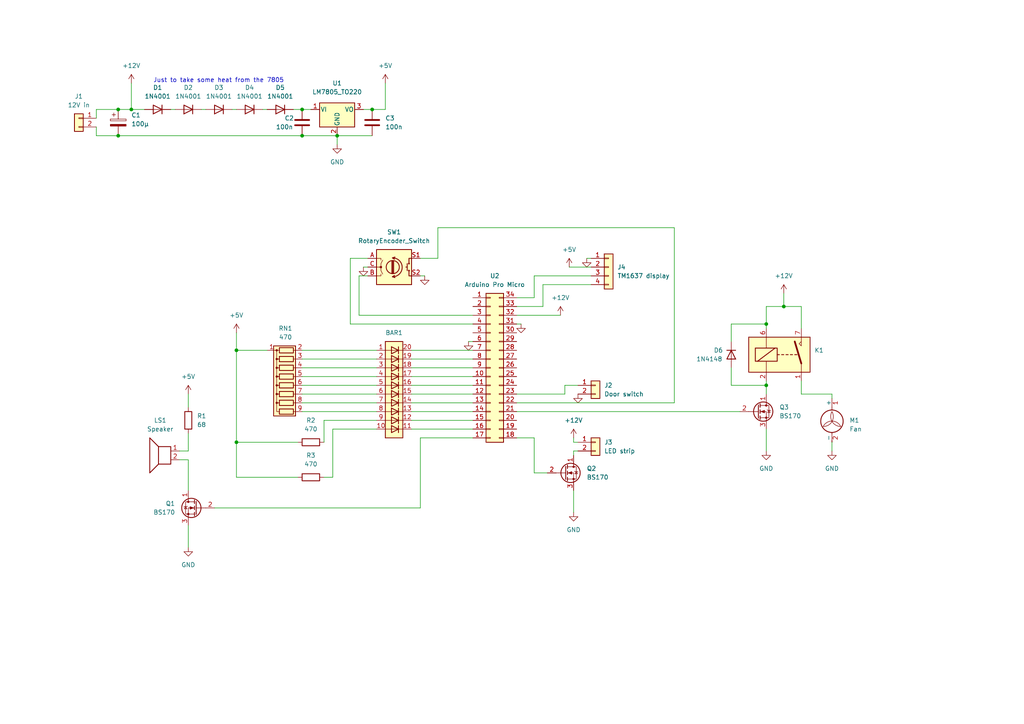
<source format=kicad_sch>
(kicad_sch (version 20211123) (generator eeschema)
  (paper "A4")
  (title_block (title "Toy microwave oven") (date "2024-03-20") (rev "1") (company "Niclas Morin"))
  (lib_symbols
    (symbol "Connector_Generic:Conn_01x02" (pin_names (offset 1.016) hide)
      (property "Reference" "J" (at 0 2.54 0))
      (property "Value" "Conn_01x02" (at 0 -5.08 0))
      (symbol "Conn_01x02_1_1"
        (rectangle (start -1.27 -2.413) (end 0 -2.667) (stroke (width 0.1524)))
        (rectangle (start -1.27 0.127) (end 0 -0.127) (stroke (width 0.1524)))
        (rectangle (start -1.27 1.27) (end 1.27 -3.81) (stroke (width 0.254)) (fill (type background)))
        (pin passive line (at -5.08 0 0) (length 3.81) (name "Pin_1") (number "1"))
        (pin passive line (at -5.08 -2.54 0) (length 3.81) (name "Pin_2") (number "2"))
      )
    )
    (symbol "Connector_Generic:Conn_01x04" (pin_names (offset 1.016) hide)
      (property "Reference" "J" (at 0 5.08 0))
      (property "Value" "Conn_01x04" (at 0 -7.62 0))
      (symbol "Conn_01x04_1_1"
        (rectangle (start -1.27 -4.953) (end 0 -5.207) (stroke (width 0.1524)))
        (rectangle (start -1.27 -2.413) (end 0 -2.667) (stroke (width 0.1524)))
        (rectangle (start -1.27 0.127) (end 0 -0.127) (stroke (width 0.1524)))
        (rectangle (start -1.27 2.667) (end 0 2.413) (stroke (width 0.1524)))
        (rectangle (start -1.27 3.81) (end 1.27 -6.35) (stroke (width 0.254)) (fill (type background)))
        (pin passive line (at -5.08 2.54 0) (length 3.81) (name "Pin_1") (number "1"))
        (pin passive line (at -5.08 0 0) (length 3.81) (name "Pin_2") (number "2"))
        (pin passive line (at -5.08 -2.54 0) (length 3.81) (name "Pin_3") (number "3"))
        (pin passive line (at -5.08 -5.08 0) (length 3.81) (name "Pin_4") (number "4"))
      )
    )
    (symbol "Connector_Generic:Conn_02x17_Counter_Clockwise" (pin_names (offset 1.016) hide)
      (property "Reference" "J" (at 1.27 22.86 0))
      (property "Value" "Conn_02x17_Counter_Clockwise" (at 1.27 -22.86 0))
      (symbol "Conn_02x17_Counter_Clockwise_1_1"
        (rectangle (start -1.27 -20.193) (end 0 -20.447) (stroke (width 0.1524)))
        (rectangle (start -1.27 -17.653) (end 0 -17.907) (stroke (width 0.1524)))
        (rectangle (start -1.27 -15.113) (end 0 -15.367) (stroke (width 0.1524)))
        (rectangle (start -1.27 -12.573) (end 0 -12.827) (stroke (width 0.1524)))
        (rectangle (start -1.27 -10.033) (end 0 -10.287) (stroke (width 0.1524)))
        (rectangle (start -1.27 -7.493) (end 0 -7.747) (stroke (width 0.1524)))
        (rectangle (start -1.27 -4.953) (end 0 -5.207) (stroke (width 0.1524)))
        (rectangle (start -1.27 -2.413) (end 0 -2.667) (stroke (width 0.1524)))
        (rectangle (start -1.27 0.127) (end 0 -0.127) (stroke (width 0.1524)))
        (rectangle (start -1.27 2.667) (end 0 2.413) (stroke (width 0.1524)))
        (rectangle (start -1.27 5.207) (end 0 4.953) (stroke (width 0.1524)))
        (rectangle (start -1.27 7.747) (end 0 7.493) (stroke (width 0.1524)))
        (rectangle (start -1.27 10.287) (end 0 10.033) (stroke (width 0.1524)))
        (rectangle (start -1.27 12.827) (end 0 12.573) (stroke (width 0.1524)))
        (rectangle (start -1.27 15.367) (end 0 15.113) (stroke (width 0.1524)))
        (rectangle (start -1.27 17.907) (end 0 17.653) (stroke (width 0.1524)))
        (rectangle (start -1.27 20.447) (end 0 20.193) (stroke (width 0.1524)))
        (rectangle (start -1.27 21.59) (end 3.81 -21.59) (stroke (width 0.254)) (fill (type background)))
        (rectangle (start 3.81 -20.193) (end 2.54 -20.447) (stroke (width 0.1524)))
        (rectangle (start 3.81 -17.653) (end 2.54 -17.907) (stroke (width 0.1524)))
        (rectangle (start 3.81 -15.113) (end 2.54 -15.367) (stroke (width 0.1524)))
        (rectangle (start 3.81 -12.573) (end 2.54 -12.827) (stroke (width 0.1524)))
        (rectangle (start 3.81 -10.033) (end 2.54 -10.287) (stroke (width 0.1524)))
        (rectangle (start 3.81 -7.493) (end 2.54 -7.747) (stroke (width 0.1524)))
        (rectangle (start 3.81 -4.953) (end 2.54 -5.207) (stroke (width 0.1524)))
        (rectangle (start 3.81 -2.413) (end 2.54 -2.667) (stroke (width 0.1524)))
        (rectangle (start 3.81 0.127) (end 2.54 -0.127) (stroke (width 0.1524)))
        (rectangle (start 3.81 2.667) (end 2.54 2.413) (stroke (width 0.1524)))
        (rectangle (start 3.81 5.207) (end 2.54 4.953) (stroke (width 0.1524)))
        (rectangle (start 3.81 7.747) (end 2.54 7.493) (stroke (width 0.1524)))
        (rectangle (start 3.81 10.287) (end 2.54 10.033) (stroke (width 0.1524)))
        (rectangle (start 3.81 12.827) (end 2.54 12.573) (stroke (width 0.1524)))
        (rectangle (start 3.81 15.367) (end 2.54 15.113) (stroke (width 0.1524)))
        (rectangle (start 3.81 17.907) (end 2.54 17.653) (stroke (width 0.1524)))
        (rectangle (start 3.81 20.447) (end 2.54 20.193) (stroke (width 0.1524)))
        (pin passive line (at -5.08 20.32 0) (length 3.81) (name "Pin_1") (number "1"))
        (pin passive line (at -5.08 -2.54 0) (length 3.81) (name "Pin_10") (number "10"))
        (pin passive line (at -5.08 -5.08 0) (length 3.81) (name "Pin_11") (number "11"))
        (pin passive line (at -5.08 -7.62 0) (length 3.81) (name "Pin_12") (number "12"))
        (pin passive line (at -5.08 -10.16 0) (length 3.81) (name "Pin_13") (number "13"))
        (pin passive line (at -5.08 -12.7 0) (length 3.81) (name "Pin_14") (number "14"))
        (pin passive line (at -5.08 -15.24 0) (length 3.81) (name "Pin_15") (number "15"))
        (pin passive line (at -5.08 -17.78 0) (length 3.81) (name "Pin_16") (number "16"))
        (pin passive line (at -5.08 -20.32 0) (length 3.81) (name "Pin_17") (number "17"))
        (pin passive line (at 7.62 -20.32 180) (length 3.81) (name "Pin_18") (number "18"))
        (pin passive line (at 7.62 -17.78 180) (length 3.81) (name "Pin_19") (number "19"))
        (pin passive line (at -5.08 17.78 0) (length 3.81) (name "Pin_2") (number "2"))
        (pin passive line (at 7.62 -15.24 180) (length 3.81) (name "Pin_20") (number "20"))
        (pin passive line (at 7.62 -12.7 180) (length 3.81) (name "Pin_21") (number "21"))
        (pin passive line (at 7.62 -10.16 180) (length 3.81) (name "Pin_22") (number "22"))
        (pin passive line (at 7.62 -7.62 180) (length 3.81) (name "Pin_23") (number "23"))
        (pin passive line (at 7.62 -5.08 180) (length 3.81) (name "Pin_24") (number "24"))
        (pin passive line (at 7.62 -2.54 180) (length 3.81) (name "Pin_25") (number "25"))
        (pin passive line (at 7.62 0 180) (length 3.81) (name "Pin_26") (number "26"))
        (pin passive line (at 7.62 2.54 180) (length 3.81) (name "Pin_27") (number "27"))
        (pin passive line (at 7.62 5.08 180) (length 3.81) (name "Pin_28") (number "28"))
        (pin passive line (at 7.62 7.62 180) (length 3.81) (name "Pin_29") (number "29"))
        (pin passive line (at -5.08 15.24 0) (length 3.81) (name "Pin_3") (number "3"))
        (pin passive line (at 7.62 10.16 180) (length 3.81) (name "Pin_30") (number "30"))
        (pin passive line (at 7.62 12.7 180) (length 3.81) (name "Pin_31") (number "31"))
        (pin passive line (at 7.62 15.24 180) (length 3.81) (name "Pin_32") (number "32"))
        (pin passive line (at 7.62 17.78 180) (length 3.81) (name "Pin_33") (number "33"))
        (pin passive line (at 7.62 20.32 180) (length 3.81) (name "Pin_34") (number "34"))
        (pin passive line (at -5.08 12.7 0) (length 3.81) (name "Pin_4") (number "4"))
        (pin passive line (at -5.08 10.16 0) (length 3.81) (name "Pin_5") (number "5"))
        (pin passive line (at -5.08 7.62 0) (length 3.81) (name "Pin_6") (number "6"))
        (pin passive line (at -5.08 5.08 0) (length 3.81) (name "Pin_7") (number "7"))
        (pin passive line (at -5.08 2.54 0) (length 3.81) (name "Pin_8") (number "8"))
        (pin passive line (at -5.08 0 0) (length 3.81) (name "Pin_9") (number "9"))
      )
    )
    (symbol "Device:C" (pin_numbers hide) (pin_names (offset 0.254))
      (property "Reference" "C" (at 0.635 2.54 0))
      (property "Value" "C" (at 0.635 -2.54 0))
      (symbol "C_0_1"
        (polyline (pts (xy -2.032 -0.762) (xy 2.032 -0.762)) (stroke (width 0.508)))
        (polyline (pts (xy -2.032 0.762) (xy 2.032 0.762)) (stroke (width 0.508)))
      )
      (symbol "C_1_1"
        (pin passive line (at 0 3.81 270) (length 2.794) (name "~") (number "1"))
        (pin passive line (at 0 -3.81 90) (length 2.794) (name "~") (number "2"))
      )
    )
    (symbol "Device:C_Polarized" (pin_numbers hide) (pin_names (offset 0.254))
      (property "Reference" "C" (at 0.635 2.54 0))
      (property "Value" "C_Polarized" (at 0.635 -2.54 0))
      (symbol "C_Polarized_0_1"
        (rectangle (start -2.286 0.508) (end 2.286 1.016))
        (polyline (pts (xy -1.778 2.286) (xy -0.762 2.286)))
        (polyline (pts (xy -1.27 2.794) (xy -1.27 1.778)))
        (rectangle (start 2.286 -0.508) (end -2.286 -1.016) (fill (type outline)))
      )
      (symbol "C_Polarized_1_1"
        (pin passive line (at 0 3.81 270) (length 2.794) (name "~") (number "1"))
        (pin passive line (at 0 -3.81 90) (length 2.794) (name "~") (number "2"))
      )
    )
    (symbol "Device:R" (pin_numbers hide) (pin_names (offset 0))
      (property "Reference" "R" (at 2.032 0 90))
      (property "Value" "R" (at 0 0 90))
      (symbol "R_0_1"
        (rectangle (start -1.016 -2.54) (end 1.016 2.54) (stroke (width 0.254)))
      )
      (symbol "R_1_1"
        (pin passive line (at 0 3.81 270) (length 1.27) (name "~") (number "1"))
        (pin passive line (at 0 -3.81 90) (length 1.27) (name "~") (number "2"))
      )
    )
    (symbol "Device:R_Network08" (pin_names (offset 0) hide)
      (property "Reference" "RN" (at -12.7 0 90))
      (property "Value" "R_Network08" (at 10.16 0 90))
      (symbol "R_Network08_0_1"
        (rectangle (start -11.43 -3.175) (end 8.89 3.175) (stroke (width 0.254)) (fill (type background)))
        (rectangle (start -10.922 1.524) (end -9.398 -2.54) (stroke (width 0.254)))
        (circle (center -10.16 2.286) (radius 0.254) (fill (type outline)))
        (rectangle (start -8.382 1.524) (end -6.858 -2.54) (stroke (width 0.254)))
        (circle (center -7.62 2.286) (radius 0.254) (fill (type outline)))
        (rectangle (start -5.842 1.524) (end -4.318 -2.54) (stroke (width 0.254)))
        (circle (center -5.08 2.286) (radius 0.254) (fill (type outline)))
        (rectangle (start -3.302 1.524) (end -1.778 -2.54) (stroke (width 0.254)))
        (circle (center -2.54 2.286) (radius 0.254) (fill (type outline)))
        (rectangle (start -0.762 1.524) (end 0.762 -2.54) (stroke (width 0.254)))
        (polyline (pts (xy -10.16 -2.54) (xy -10.16 -3.81)))
        (polyline (pts (xy -7.62 -2.54) (xy -7.62 -3.81)))
        (polyline (pts (xy -5.08 -2.54) (xy -5.08 -3.81)))
        (polyline (pts (xy -2.54 -2.54) (xy -2.54 -3.81)))
        (polyline (pts (xy 0 -2.54) (xy 0 -3.81)))
        (polyline (pts (xy 2.54 -2.54) (xy 2.54 -3.81)))
        (polyline (pts (xy 5.08 -2.54) (xy 5.08 -3.81)))
        (polyline (pts (xy 7.62 -2.54) (xy 7.62 -3.81)))
        (polyline (pts (xy -10.16 1.524) (xy -10.16 2.286) (xy -7.62 2.286) (xy -7.62 1.524)))
        (polyline (pts (xy -7.62 1.524) (xy -7.62 2.286) (xy -5.08 2.286) (xy -5.08 1.524)))
        (polyline (pts (xy -5.08 1.524) (xy -5.08 2.286) (xy -2.54 2.286) (xy -2.54 1.524)))
        (polyline (pts (xy -2.54 1.524) (xy -2.54 2.286) (xy 0 2.286) (xy 0 1.524)))
        (polyline (pts (xy 0 1.524) (xy 0 2.286) (xy 2.54 2.286) (xy 2.54 1.524)))
        (polyline (pts (xy 2.54 1.524) (xy 2.54 2.286) (xy 5.08 2.286) (xy 5.08 1.524)))
        (polyline (pts (xy 5.08 1.524) (xy 5.08 2.286) (xy 7.62 2.286) (xy 7.62 1.524)))
        (circle (center 0 2.286) (radius 0.254) (fill (type outline)))
        (rectangle (start 1.778 1.524) (end 3.302 -2.54) (stroke (width 0.254)))
        (circle (center 2.54 2.286) (radius 0.254) (fill (type outline)))
        (rectangle (start 4.318 1.524) (end 5.842 -2.54) (stroke (width 0.254)))
        (circle (center 5.08 2.286) (radius 0.254) (fill (type outline)))
        (rectangle (start 6.858 1.524) (end 8.382 -2.54) (stroke (width 0.254)))
      )
      (symbol "R_Network08_1_1"
        (pin passive line (at -10.16 5.08 270) (length 2.54) (name "common") (number "1"))
        (pin passive line (at -10.16 -5.08 90) (length 1.27) (name "R1") (number "2"))
        (pin passive line (at -7.62 -5.08 90) (length 1.27) (name "R2") (number "3"))
        (pin passive line (at -5.08 -5.08 90) (length 1.27) (name "R3") (number "4"))
        (pin passive line (at -2.54 -5.08 90) (length 1.27) (name "R4") (number "5"))
        (pin passive line (at 0 -5.08 90) (length 1.27) (name "R5") (number "6"))
        (pin passive line (at 2.54 -5.08 90) (length 1.27) (name "R6") (number "7"))
        (pin passive line (at 5.08 -5.08 90) (length 1.27) (name "R7") (number "8"))
        (pin passive line (at 7.62 -5.08 90) (length 1.27) (name "R8") (number "9"))
      )
    )
    (symbol "Device:RotaryEncoder_Switch" (pin_names (offset 0.254) hide)
      (property "Reference" "SW" (at 0 6.604 0))
      (property "Value" "RotaryEncoder_Switch" (at 0 -6.604 0))
      (symbol "RotaryEncoder_Switch_0_1"
        (rectangle (start -5.08 5.08) (end 5.08 -5.08) (stroke (width 0.254)) (fill (type background)))
        (circle (center -3.81 0) (radius 0.254) (fill (type outline)))
        (arc (start -0.381 -2.794) (mid 2.3622 -0.0508) (end -0.381 2.667) (stroke (width 0.254)))
        (circle (center -0.381 0) (radius 1.905) (stroke (width 0.254)))
        (polyline (pts (xy -0.635 -1.778) (xy -0.635 1.778)) (stroke (width 0.254)))
        (polyline (pts (xy -0.381 -1.778) (xy -0.381 1.778)) (stroke (width 0.254)))
        (polyline (pts (xy -0.127 1.778) (xy -0.127 -1.778)) (stroke (width 0.254)))
        (polyline (pts (xy 3.81 0) (xy 3.429 0)) (stroke (width 0.254)))
        (polyline (pts (xy 3.81 1.016) (xy 3.81 -1.016)) (stroke (width 0.254)))
        (polyline (pts (xy -5.08 -2.54) (xy -3.81 -2.54) (xy -3.81 -2.032)))
        (polyline (pts (xy -5.08 2.54) (xy -3.81 2.54) (xy -3.81 2.032)))
        (polyline (pts (xy 0.254 -3.048) (xy -0.508 -2.794) (xy 0.127 -2.413)) (stroke (width 0.254)))
        (polyline (pts (xy 0.254 2.921) (xy -0.508 2.667) (xy 0.127 2.286)) (stroke (width 0.254)))
        (polyline (pts (xy 5.08 -2.54) (xy 4.318 -2.54) (xy 4.318 -1.016)) (stroke (width 0.254)))
        (polyline (pts (xy 5.08 2.54) (xy 4.318 2.54) (xy 4.318 1.016)) (stroke (width 0.254)))
        (polyline (pts (xy -5.08 0) (xy -3.81 0) (xy -3.81 -1.016) (xy -3.302 -2.032)))
        (polyline (pts (xy -4.318 0) (xy -3.81 0) (xy -3.81 1.016) (xy -3.302 2.032)))
        (circle (center 4.318 -1.016) (radius 0.127) (stroke (width 0.254)))
        (circle (center 4.318 1.016) (radius 0.127) (stroke (width 0.254)))
      )
      (symbol "RotaryEncoder_Switch_1_1"
        (pin passive line (at -7.62 2.54 0) (length 2.54) (name "A") (number "A"))
        (pin passive line (at -7.62 -2.54 0) (length 2.54) (name "B") (number "B"))
        (pin passive line (at -7.62 0 0) (length 2.54) (name "C") (number "C"))
        (pin passive line (at 7.62 2.54 180) (length 2.54) (name "S1") (number "S1"))
        (pin passive line (at 7.62 -2.54 180) (length 2.54) (name "S2") (number "S2"))
      )
    )
    (symbol "Device:Speaker" (pin_names (offset 0) hide)
      (property "Reference" "LS" (at 1.27 5.715 0))
      (property "Value" "Speaker" (at 1.27 3.81 0))
      (symbol "Speaker_0_0"
        (rectangle (start -2.54 1.27) (end 1.016 -3.81) (stroke (width 0.254)))
        (polyline (pts (xy 1.016 1.27) (xy 3.556 3.81) (xy 3.556 -6.35) (xy 1.016 -3.81)) (stroke (width 0.254)))
      )
      (symbol "Speaker_1_1"
        (pin input line (at -5.08 0 0) (length 2.54) (name "1") (number "1"))
        (pin input line (at -5.08 -2.54 0) (length 2.54) (name "2") (number "2"))
      )
    )
    (symbol "Diode:1N4001" (pin_numbers hide) (pin_names hide)
      (property "Reference" "D" (at 0 2.54 0))
      (property "Value" "1N4001" (at 0 -2.54 0))
      (symbol "1N4001_0_1"
        (polyline (pts (xy -1.27 1.27) (xy -1.27 -1.27)) (stroke (width 0.254)))
        (polyline (pts (xy 1.27 0) (xy -1.27 0)))
        (polyline (pts (xy 1.27 1.27) (xy 1.27 -1.27) (xy -1.27 0) (xy 1.27 1.27)) (stroke (width 0.254)))
      )
      (symbol "1N4001_1_1"
        (pin passive line (at -3.81 0 0) (length 2.54) (name "K") (number "1"))
        (pin passive line (at 3.81 0 180) (length 2.54) (name "A") (number "2"))
      )
    )
    (symbol "Diode:1N4148" (pin_numbers hide) (pin_names hide)
      (property "Reference" "D" (at 0 2.54 0))
      (property "Value" "1N4148" (at 0 -2.54 0))
      (symbol "1N4148_0_1"
        (polyline (pts (xy -1.27 1.27) (xy -1.27 -1.27)) (stroke (width 0.254)))
        (polyline (pts (xy 1.27 0) (xy -1.27 0)))
        (polyline (pts (xy 1.27 1.27) (xy 1.27 -1.27) (xy -1.27 0) (xy 1.27 1.27)) (stroke (width 0.254)))
      )
      (symbol "1N4148_1_1"
        (pin passive line (at -3.81 0 0) (length 2.54) (name "K") (number "1"))
        (pin passive line (at 3.81 0 180) (length 2.54) (name "A") (number "2"))
      )
    )
    (symbol "LED:HDSP-4850_2" (pin_names (offset 1.016) hide)
      (property "Reference" "BAR" (at 0 15.24 0))
      (property "Value" "HDSP-4850_2" (at 0 -17.78 0))
      (symbol "HDSP-4850_2_0_1"
        (rectangle (start -2.54 12.7) (end 2.54 -15.24) (stroke (width 0.254)) (fill (type background)))
        (polyline (pts (xy -2.54 -12.7) (xy 2.54 -12.7)))
        (polyline (pts (xy -2.54 -10.16) (xy 2.54 -10.16)))
        (polyline (pts (xy -2.54 -7.62) (xy 2.54 -7.62)))
        (polyline (pts (xy -2.54 -5.08) (xy 2.54 -5.08)))
        (polyline (pts (xy -2.54 0) (xy 2.54 0)))
        (polyline (pts (xy -2.54 5.08) (xy 2.54 5.08)))
        (polyline (pts (xy -2.54 7.62) (xy 2.54 7.62)))
        (polyline (pts (xy -2.54 10.16) (xy 2.54 10.16)))
        (polyline (pts (xy 1.27 -11.684) (xy 1.27 -13.716)) (stroke (width 0.254)))
        (polyline (pts (xy 1.27 -9.144) (xy 1.27 -11.176)) (stroke (width 0.254)))
        (polyline (pts (xy 1.27 -6.604) (xy 1.27 -8.636)) (stroke (width 0.254)))
        (polyline (pts (xy 1.27 -4.064) (xy 1.27 -6.096)) (stroke (width 0.254)))
        (polyline (pts (xy 1.27 -1.524) (xy 1.27 -3.556)) (stroke (width 0.254)))
        (polyline (pts (xy 1.27 1.016) (xy 1.27 -1.016)) (stroke (width 0.254)))
        (polyline (pts (xy 1.27 3.556) (xy 1.27 1.524)) (stroke (width 0.254)))
        (polyline (pts (xy 1.27 6.096) (xy 1.27 4.064)) (stroke (width 0.254)))
        (polyline (pts (xy 1.27 8.636) (xy 1.27 6.604)) (stroke (width 0.254)))
        (polyline (pts (xy 1.27 11.176) (xy 1.27 9.144)) (stroke (width 0.254)))
        (polyline (pts (xy 2.54 -2.54) (xy -2.54 -2.54)))
        (polyline (pts (xy 2.54 2.54) (xy -2.54 2.54)))
        (polyline (pts (xy -0.762 -11.684) (xy -0.762 -13.716) (xy 1.27 -12.7) (xy -0.762 -11.684)) (stroke (width 0.254)))
        (polyline (pts (xy -0.762 -9.144) (xy -0.762 -11.176) (xy 1.27 -10.16) (xy -0.762 -9.144)) (stroke (width 0.254)))
        (polyline (pts (xy -0.762 -6.604) (xy -0.762 -8.636) (xy 1.27 -7.62) (xy -0.762 -6.604)) (stroke (width 0.254)))
        (polyline (pts (xy -0.762 -4.064) (xy -0.762 -6.096) (xy 1.27 -5.08) (xy -0.762 -4.064)) (stroke (width 0.254)))
        (polyline (pts (xy -0.762 -1.524) (xy -0.762 -3.556) (xy 1.27 -2.54) (xy -0.762 -1.524)) (stroke (width 0.254)))
        (polyline (pts (xy -0.762 1.016) (xy -0.762 -1.016) (xy 1.27 0) (xy -0.762 1.016)) (stroke (width 0.254)))
        (polyline (pts (xy -0.762 3.556) (xy -0.762 1.524) (xy 1.27 2.54) (xy -0.762 3.556)) (stroke (width 0.254)))
        (polyline (pts (xy -0.762 6.096) (xy -0.762 4.064) (xy 1.27 5.08) (xy -0.762 6.096)) (stroke (width 0.254)))
        (polyline (pts (xy -0.762 8.636) (xy -0.762 6.604) (xy 1.27 7.62) (xy -0.762 8.636)) (stroke (width 0.254)))
        (polyline (pts (xy -0.762 11.176) (xy -0.762 9.144) (xy 1.27 10.16) (xy -0.762 11.176)) (stroke (width 0.254)))
      )
      (symbol "HDSP-4850_2_1_1"
        (pin passive line (at -5.08 10.16 0) (length 2.54) (name "A") (number "1"))
        (pin passive line (at -5.08 -12.7 0) (length 2.54) (name "A") (number "10"))
        (pin passive line (at 5.08 -12.7 180) (length 2.54) (name "K") (number "11"))
        (pin passive line (at 5.08 -10.16 180) (length 2.54) (name "K") (number "12"))
        (pin passive line (at 5.08 -7.62 180) (length 2.54) (name "K") (number "13"))
        (pin passive line (at 5.08 -5.08 180) (length 2.54) (name "K") (number "14"))
        (pin passive line (at 5.08 -2.54 180) (length 2.54) (name "K") (number "15"))
        (pin passive line (at 5.08 0 180) (length 2.54) (name "K") (number "16"))
        (pin passive line (at 5.08 2.54 180) (length 2.54) (name "K") (number "17"))
        (pin passive line (at 5.08 5.08 180) (length 2.54) (name "K") (number "18"))
        (pin passive line (at 5.08 7.62 180) (length 2.54) (name "K") (number "19"))
        (pin passive line (at -5.08 7.62 0) (length 2.54) (name "A") (number "2"))
        (pin passive line (at 5.08 10.16 180) (length 2.54) (name "K") (number "20"))
        (pin passive line (at -5.08 5.08 0) (length 2.54) (name "A") (number "3"))
        (pin passive line (at -5.08 2.54 0) (length 2.54) (name "A") (number "4"))
        (pin passive line (at -5.08 0 0) (length 2.54) (name "A") (number "5"))
        (pin passive line (at -5.08 -2.54 0) (length 2.54) (name "A") (number "6"))
        (pin passive line (at -5.08 -5.08 0) (length 2.54) (name "A") (number "7"))
        (pin passive line (at -5.08 -7.62 0) (length 2.54) (name "A") (number "8"))
        (pin passive line (at -5.08 -10.16 0) (length 2.54) (name "A") (number "9"))
      )
    )
    (symbol "Motor:Fan" (pin_names (offset 0))
      (property "Reference" "M" (at 2.54 5.08 0))
      (property "Value" "Fan" (at 2.54 -2.54 0))
      (symbol "Fan_0_1"
        (arc (start -2.54 -0.508) (mid 0.0028 0.9121) (end 0 3.81))
        (polyline (pts (xy 0 -5.08) (xy 0 -4.572)))
        (polyline (pts (xy 0 -2.2352) (xy 0 -2.6416)))
        (polyline (pts (xy 0 4.2672) (xy 0 4.6228)))
        (polyline (pts (xy 0 4.572) (xy 0 5.08)))
        (circle (center 0 1.016) (radius 3.2512) (stroke (width 0.254)))
        (arc (start 0 3.81) (mid 0.053 0.921) (end 2.54 -0.508))
        (arc (start 2.54 -0.508) (mid 0 1.0618) (end -2.54 -0.508))
      )
      (symbol "Fan_1_1"
        (pin passive line (at 0 7.62 270) (length 2.54) (name "+") (number "1"))
        (pin passive line (at 0 -5.08 90) (length 2.54) (name "-") (number "2"))
      )
    )
    (symbol "Regulator_Linear:LM7805_TO220" (pin_names (offset 0.254))
      (property "Reference" "U" (at -3.81 3.175 0))
      (property "Value" "LM7805_TO220" (at 0 3.175 0))
      (symbol "LM7805_TO220_0_1"
        (rectangle (start -5.08 1.905) (end 5.08 -5.08) (stroke (width 0.254)) (fill (type background)))
      )
      (symbol "LM7805_TO220_1_1"
        (pin power_in line (at -7.62 0 0) (length 2.54) (name "VI") (number "1"))
        (pin power_in line (at 0 -7.62 90) (length 2.54) (name "GND") (number "2"))
        (pin power_out line (at 7.62 0 180) (length 2.54) (name "VO") (number "3"))
      )
    )
    (symbol "Relay:DIPxx-1Axx-11x"
      (property "Reference" "K" (at 8.89 3.81 0))
      (property "Value" "DIPxx-1Axx-11x" (at 8.89 1.27 0))
      (symbol "DIPxx-1Axx-11x_0_0"
        (polyline (pts (xy 5.08 5.08) (xy 5.08 2.54) (xy 4.445 3.175) (xy 5.08 3.81)))
      )
      (symbol "DIPxx-1Axx-11x_0_1"
        (rectangle (start -10.16 5.08) (end 7.62 -5.08) (stroke (width 0.254)) (fill (type background)))
        (rectangle (start -8.255 1.905) (end -1.905 -1.905) (stroke (width 0.254)))
        (polyline (pts (xy -7.62 -1.905) (xy -2.54 1.905)) (stroke (width 0.254)))
        (polyline (pts (xy -5.08 -5.08) (xy -5.08 -1.905)))
        (polyline (pts (xy -5.08 5.08) (xy -5.08 1.905)))
        (polyline (pts (xy -1.905 0) (xy -1.27 0)) (stroke (width 0.254)))
        (polyline (pts (xy -0.635 0) (xy 0 0)) (stroke (width 0.254)))
        (polyline (pts (xy 0.635 0) (xy 1.27 0)) (stroke (width 0.254)))
        (polyline (pts (xy 1.905 0) (xy 2.54 0)) (stroke (width 0.254)))
        (polyline (pts (xy 3.175 0) (xy 3.81 0)) (stroke (width 0.254)))
        (polyline (pts (xy 5.08 -2.54) (xy 3.175 3.81)) (stroke (width 0.508)))
        (polyline (pts (xy 5.08 -2.54) (xy 5.08 -5.08)))
      )
      (symbol "DIPxx-1Axx-11x_1_1"
        (pin passive line (at 5.08 -7.62 90) (length 2.54) (name "~") (number "1"))
        (pin passive line (at 5.08 -7.62 90) (length 2.54) hide (name "~") (number "14"))
        (pin passive line (at -5.08 -7.62 90) (length 2.54) (name "~") (number "2"))
        (pin passive line (at -5.08 7.62 270) (length 2.54) (name "~") (number "6"))
        (pin passive line (at 5.08 7.62 270) (length 2.54) (name "~") (number "7"))
        (pin passive line (at 5.08 7.62 270) (length 2.54) hide (name "~") (number "8"))
      )
    )
    (symbol "Transistor_FET:BS170" (pin_names hide)
      (property "Reference" "Q" (at 5.08 1.905 0))
      (property "Value" "BS170" (at 5.08 0 0))
      (symbol "BS170_0_1"
        (polyline (pts (xy 0.254 0) (xy -2.54 0)))
        (polyline (pts (xy 0.254 1.905) (xy 0.254 -1.905)) (stroke (width 0.254)))
        (polyline (pts (xy 0.762 -1.27) (xy 0.762 -2.286)) (stroke (width 0.254)))
        (polyline (pts (xy 0.762 0.508) (xy 0.762 -0.508)) (stroke (width 0.254)))
        (polyline (pts (xy 0.762 2.286) (xy 0.762 1.27)) (stroke (width 0.254)))
        (polyline (pts (xy 2.54 2.54) (xy 2.54 1.778)))
        (polyline (pts (xy 2.54 -2.54) (xy 2.54 0) (xy 0.762 0)))
        (polyline (pts (xy 0.762 -1.778) (xy 3.302 -1.778) (xy 3.302 1.778) (xy 0.762 1.778)))
        (polyline (pts (xy 1.016 0) (xy 2.032 0.381) (xy 2.032 -0.381) (xy 1.016 0)) (fill (type outline)))
        (polyline (pts (xy 2.794 0.508) (xy 2.921 0.381) (xy 3.683 0.381) (xy 3.81 0.254)))
        (polyline (pts (xy 3.302 0.381) (xy 2.921 -0.254) (xy 3.683 -0.254) (xy 3.302 0.381)))
        (circle (center 1.651 0) (radius 2.794) (stroke (width 0.254)))
        (circle (center 2.54 -1.778) (radius 0.254) (fill (type outline)))
        (circle (center 2.54 1.778) (radius 0.254) (fill (type outline)))
      )
      (symbol "BS170_1_1"
        (pin passive line (at 2.54 5.08 270) (length 2.54) (name "D") (number "1"))
        (pin input line (at -5.08 0 0) (length 2.54) (name "G") (number "2"))
        (pin passive line (at 2.54 -5.08 90) (length 2.54) (name "S") (number "3"))
      )
    )
    (symbol "power:+12V" (power) (pin_names (offset 0))
      (property "Value" "+12V" (at 0 3.556 0))
      (symbol "+12V_0_1"
        (polyline (pts (xy -0.762 1.27) (xy 0 2.54)))
        (polyline (pts (xy 0 0) (xy 0 2.54)))
        (polyline (pts (xy 0 2.54) (xy 0.762 1.27)))
      )
      (symbol "+12V_1_1"
        (pin power_in line (at 0 0 90) (length 0) hide (name "+12V") (number "1"))
      )
    )
    (symbol "power:+5V" (power) (pin_names (offset 0))
      (property "Value" "+5V" (at 0 3.556 0))
      (symbol "+5V_0_1"
        (polyline (pts (xy -0.762 1.27) (xy 0 2.54)))
        (polyline (pts (xy 0 0) (xy 0 2.54)))
        (polyline (pts (xy 0 2.54) (xy 0.762 1.27)))
      )
      (symbol "+5V_1_1"
        (pin power_in line (at 0 0 90) (length 0) hide (name "+5V") (number "1"))
      )
    )
    (symbol "power:GND" (power) (pin_names (offset 0))
      (property "Value" "GND" (at 0 -3.81 0))
      (symbol "GND_0_1"
        (polyline (pts (xy 0 0) (xy 0 -1.27) (xy 1.27 -1.27) (xy 0 -2.54) (xy -1.27 -1.27) (xy 0 -1.27)))
      )
      (symbol "GND_1_1"
        (pin power_in line (at 0 0 270) (length 0) hide (name "GND") (number "1"))
      )
    )
  )
  (junction (at 97.79 39.37))
  (junction (at 34.29 31.75))
  (junction (at 38.1 31.75))
  (junction (at 68.58 128.27))
  (junction (at 87.63 39.37))
  (junction (at 87.63 31.75))
  (junction (at 222.25 93.98))
  (junction (at 68.58 101.6))
  (junction (at 107.95 31.75))
  (junction (at 227.33 88.9))
  (junction (at 34.29 39.37))
  (junction (at 222.25 111.76))
  (wire (pts (xy 222.25 88.9) (xy 222.25 93.98)))
  (wire (pts (xy 121.92 127) (xy 137.16 127)))
  (wire (pts (xy 222.25 124.46) (xy 222.25 130.81)))
  (wire (pts (xy 149.86 86.36) (xy 154.94 86.36)))
  (wire (pts (xy 166.37 130.81) (xy 166.37 132.08)))
  (wire (pts (xy 76.2 31.75) (xy 77.47 31.75)))
  (wire (pts (xy 27.94 36.83) (xy 27.94 39.37)))
  (wire (pts (xy 195.58 66.04) (xy 127 66.04)))
  (wire (pts (xy 50.8 31.75) (xy 49.53 31.75)))
  (wire (pts (xy 52.07 133.35) (xy 54.61 133.35)))
  (wire (pts (xy 149.86 114.3) (xy 163.83 114.3)))
  (wire (pts (xy 154.94 127) (xy 154.94 137.16)))
  (wire (pts (xy 166.37 128.27) (xy 166.37 127)))
  (wire (pts (xy 167.64 128.27) (xy 166.37 128.27)))
  (wire (pts (xy 119.38 119.38) (xy 137.16 119.38)))
  (wire (pts (xy 157.48 82.55) (xy 171.45 82.55)))
  (wire (pts (xy 54.61 130.81) (xy 54.61 125.73)))
  (wire (pts (xy 96.52 138.43) (xy 93.98 138.43)))
  (wire (pts (xy 222.25 111.76) (xy 222.25 114.3)))
  (wire (pts (xy 227.33 88.9) (xy 232.41 88.9)))
  (wire (pts (xy 241.3 128.27) (xy 241.3 130.81)))
  (wire (pts (xy 163.83 111.76) (xy 167.64 111.76)))
  (wire (pts (xy 87.63 31.75) (xy 90.17 31.75)))
  (wire (pts (xy 87.63 31.75) (xy 85.09 31.75)))
  (wire (pts (xy 27.94 34.29) (xy 27.94 31.75)))
  (wire (pts (xy 54.61 133.35) (xy 54.61 142.24)))
  (wire (pts (xy 67.31 31.75) (xy 68.58 31.75)))
  (wire (pts (xy 149.86 119.38) (xy 214.63 119.38)))
  (wire (pts (xy 109.22 124.46) (xy 96.52 124.46)))
  (wire (pts (xy 212.09 99.06) (xy 212.09 93.98)))
  (wire (pts (xy 54.61 152.4) (xy 54.61 158.75)))
  (wire (pts (xy 121.92 74.93) (xy 127 74.93)))
  (wire (pts (xy 232.41 95.25) (xy 232.41 88.9)))
  (wire (pts (xy 127 66.04) (xy 127 74.93)))
  (wire (pts (xy 34.29 39.37) (xy 87.63 39.37)))
  (wire (pts (xy 34.29 31.75) (xy 38.1 31.75)))
  (wire (pts (xy 222.25 93.98) (xy 222.25 95.25)))
  (wire (pts (xy 119.38 109.22) (xy 137.16 109.22)))
  (wire (pts (xy 104.14 91.44) (xy 104.14 80.01)))
  (wire (pts (xy 149.86 116.84) (xy 195.58 116.84)))
  (wire (pts (xy 87.63 101.6) (xy 109.22 101.6)))
  (wire (pts (xy 105.41 77.47) (xy 106.68 77.47)))
  (wire (pts (xy 87.63 104.14) (xy 109.22 104.14)))
  (wire (pts (xy 195.58 116.84) (xy 195.58 66.04)))
  (wire (pts (xy 119.38 114.3) (xy 137.16 114.3)))
  (wire (pts (xy 119.38 106.68) (xy 137.16 106.68)))
  (wire (pts (xy 27.94 31.75) (xy 34.29 31.75)))
  (wire (pts (xy 119.38 124.46) (xy 137.16 124.46)))
  (wire (pts (xy 101.6 74.93) (xy 106.68 74.93)))
  (wire (pts (xy 101.6 93.98) (xy 101.6 74.93)))
  (wire (pts (xy 162.56 91.44) (xy 149.86 91.44)))
  (wire (pts (xy 212.09 106.68) (xy 212.09 111.76)))
  (wire (pts (xy 212.09 93.98) (xy 222.25 93.98)))
  (wire (pts (xy 119.38 121.92) (xy 137.16 121.92)))
  (wire (pts (xy 52.07 130.81) (xy 54.61 130.81)))
  (wire (pts (xy 167.64 130.81) (xy 166.37 130.81)))
  (wire (pts (xy 87.63 116.84) (xy 109.22 116.84)))
  (wire (pts (xy 119.38 116.84) (xy 137.16 116.84)))
  (wire (pts (xy 154.94 86.36) (xy 154.94 80.01)))
  (wire (pts (xy 86.36 138.43) (xy 68.58 138.43)))
  (wire (pts (xy 68.58 101.6) (xy 68.58 128.27)))
  (wire (pts (xy 123.19 80.01) (xy 121.92 80.01)))
  (wire (pts (xy 58.42 31.75) (xy 59.69 31.75)))
  (wire (pts (xy 154.94 80.01) (xy 171.45 80.01)))
  (wire (pts (xy 241.3 114.3) (xy 241.3 115.57)))
  (wire (pts (xy 87.63 39.37) (xy 97.79 39.37)))
  (wire (pts (xy 151.13 93.98) (xy 149.86 93.98)))
  (wire (pts (xy 232.41 110.49) (xy 232.41 114.3)))
  (wire (pts (xy 222.25 110.49) (xy 222.25 111.76)))
  (wire (pts (xy 227.33 85.09) (xy 227.33 88.9)))
  (wire (pts (xy 154.94 137.16) (xy 158.75 137.16)))
  (wire (pts (xy 87.63 114.3) (xy 109.22 114.3)))
  (wire (pts (xy 163.83 114.3) (xy 163.83 111.76)))
  (wire (pts (xy 104.14 80.01) (xy 106.68 80.01)))
  (wire (pts (xy 27.94 39.37) (xy 34.29 39.37)))
  (wire (pts (xy 87.63 119.38) (xy 109.22 119.38)))
  (wire (pts (xy 93.98 128.27) (xy 93.98 121.92)))
  (wire (pts (xy 111.76 31.75) (xy 107.95 31.75)))
  (wire (pts (xy 212.09 111.76) (xy 222.25 111.76)))
  (wire (pts (xy 119.38 101.6) (xy 137.16 101.6)))
  (wire (pts (xy 62.23 147.32) (xy 121.92 147.32)))
  (wire (pts (xy 87.63 111.76) (xy 109.22 111.76)))
  (wire (pts (xy 96.52 138.43) (xy 96.52 124.46)))
  (wire (pts (xy 137.16 91.44) (xy 104.14 91.44)))
  (wire (pts (xy 97.79 39.37) (xy 97.79 41.91)))
  (wire (pts (xy 165.1 77.47) (xy 171.45 77.47)))
  (wire (pts (xy 149.86 127) (xy 154.94 127)))
  (wire (pts (xy 38.1 24.13) (xy 38.1 31.75)))
  (wire (pts (xy 170.18 74.93) (xy 171.45 74.93)))
  (wire (pts (xy 149.86 88.9) (xy 157.48 88.9)))
  (wire (pts (xy 107.95 39.37) (xy 97.79 39.37)))
  (wire (pts (xy 232.41 114.3) (xy 241.3 114.3)))
  (wire (pts (xy 87.63 106.68) (xy 109.22 106.68)))
  (wire (pts (xy 166.37 142.24) (xy 166.37 148.59)))
  (wire (pts (xy 38.1 31.75) (xy 41.91 31.75)))
  (wire (pts (xy 121.92 147.32) (xy 121.92 127)))
  (wire (pts (xy 87.63 109.22) (xy 109.22 109.22)))
  (wire (pts (xy 222.25 88.9) (xy 227.33 88.9)))
  (wire (pts (xy 68.58 96.52) (xy 68.58 101.6)))
  (wire (pts (xy 157.48 88.9) (xy 157.48 82.55)))
  (wire (pts (xy 109.22 121.92) (xy 93.98 121.92)))
  (wire (pts (xy 86.36 128.27) (xy 68.58 128.27)))
  (wire (pts (xy 135.89 99.06) (xy 137.16 99.06)))
  (wire (pts (xy 119.38 104.14) (xy 137.16 104.14)))
  (wire (pts (xy 137.16 93.98) (xy 101.6 93.98)))
  (wire (pts (xy 77.47 101.6) (xy 68.58 101.6)))
  (wire (pts (xy 111.76 24.13) (xy 111.76 31.75)))
  (wire (pts (xy 107.95 31.75) (xy 105.41 31.75)))
  (wire (pts (xy 54.61 114.3) (xy 54.61 118.11)))
  (wire (pts (xy 119.38 111.76) (xy 137.16 111.76)))
  (wire (pts (xy 68.58 128.27) (xy 68.58 138.43)))
  (text "Just to take some heat from the 7805" (at 44.45 24.13 0) (effects (font (size 1.27 1.27)) (justify left bottom)))
  (symbol (lib_id "Diode:1N4148") (at 212.09 102.87 270) (unit 1)
    (property "Reference" "D6" (at 207.01 101.6 90) (effects (justify left)))
    (property "Value" "1N4148" (at 201.93 104.14 90) (effects (justify left)))
    (property "Footprint" "Diode_THT:D_DO-35_SOD27_P7.62mm_Horizontal" (effects hide))
    (property "Datasheet" "https://assets.nexperia.com/documents/data-sheet/1N4148_1N4448.pdf" (effects hide))
  )
  (symbol (lib_id "power:GND") (at 135.89 99.06 0) (unit 1)
    (property "Reference" "#PWR09" (effects hide))
    (property "Value" "GND" (effects hide))
  )
  (symbol (lib_id "Device:R") (at 90.17 138.43 270) (mirror x) (unit 1)
    (property "Reference" "R3" (at 90.17 132.08 90))
    (property "Value" "470" (at 90.17 134.62 90))
  )
  (symbol (lib_id "Transistor_FET:BS170") (at 163.83 137.16 0) (unit 1)
    (property "Reference" "Q2" (at 170.18 135.8899 0) (effects (justify left)))
    (property "Value" "BS170" (at 170.18 138.4299 0) (effects (justify left)))
    (property "Footprint" "Package_TO_SOT_THT:TO-92_Inline" (effects hide))
    (property "Datasheet" "https://www.onsemi.com/pub/Collateral/BS170-D.PDF" (effects hide))
  )
  (symbol (lib_id "Device:RotaryEncoder_Switch") (at 114.3 77.47 0) (unit 1)
    (property "Reference" "SW1" (at 114.3 67.31 0))
    (property "Value" "RotaryEncoder_Switch" (at 114.3 69.85 0))
  )
  (symbol (lib_id "Connector_Generic:Conn_01x02") (at 172.72 128.27 0) (unit 1)
    (property "Reference" "J3" (at 175.26 128.2699 0) (effects (justify left)))
    (property "Value" "LED strip" (at 175.26 130.8099 0) (effects (justify left)))
  )
  (symbol (lib_id "Connector_Generic:Conn_01x02") (at 22.86 34.29 0) (mirror y) (unit 1)
    (property "Reference" "J1" (at 22.86 27.94 0))
    (property "Value" "12V in" (at 22.86 30.48 0))
  )
  (symbol (lib_id "power:GND") (at 123.19 80.01 0) (unit 1)
    (property "Reference" "#PWR08" (effects hide))
    (property "Value" "GND" (effects hide))
  )
  (symbol (lib_id "power:GND") (at 167.64 114.3 0) (unit 1)
    (property "Reference" "#PWR015" (effects hide))
    (property "Value" "GND" (effects hide))
  )
  (symbol (lib_id "power:+5V") (at 111.76 24.13 0) (unit 1)
    (property "Reference" "#PWR07" (effects hide))
    (property "Value" "+5V" (at 111.76 19.05 0))
  )
  (symbol (lib_id "Device:R_Network08") (at 82.55 111.76 90) (mirror x) (unit 1)
    (property "Reference" "RN1" (at 82.804 95.25 90))
    (property "Value" "470" (at 82.804 97.79 90))
    (property "Footprint" "Resistor_THT:R_Array_SIP9" (effects hide))
    (property "Datasheet" "http://www.vishay.com/docs/31509/csc.pdf" (effects hide))
  )
  (symbol (lib_id "Diode:1N4001") (at 45.72 31.75 180) (unit 1)
    (property "Reference" "D1" (at 45.72 25.4 0))
    (property "Value" "1N4001" (at 45.72 27.94 0))
    (property "Footprint" "Diode_THT:D_DO-41_SOD81_P10.16mm_Horizontal" (effects hide))
    (property "Datasheet" "http://www.vishay.com/docs/88503/1n4001.pdf" (effects hide))
  )
  (symbol (lib_id "Connector_Generic:Conn_02x17_Counter_Clockwise") (at 142.24 106.68 0) (unit 1)
    (property "Reference" "U2" (at 143.51 80.01 0))
    (property "Value" "Arduino Pro Micro" (at 143.51 82.55 0))
  )
  (symbol (lib_id "power:GND") (at 105.41 77.47 0) (unit 1)
    (property "Reference" "#PWR06" (effects hide))
    (property "Value" "GND" (effects hide))
  )
  (symbol (lib_id "power:+12V") (at 166.37 127 0) (unit 1)
    (property "Reference" "#PWR013" (effects hide))
    (property "Value" "+12V" (at 166.37 121.92 0))
  )
  (symbol (lib_id "Diode:1N4001") (at 54.61 31.75 180) (unit 1)
    (property "Reference" "D2" (at 54.61 25.4 0))
    (property "Value" "1N4001" (at 54.61 27.94 0))
    (property "Footprint" "Diode_THT:D_DO-41_SOD81_P10.16mm_Horizontal" (effects hide))
    (property "Datasheet" "http://www.vishay.com/docs/88503/1n4001.pdf" (effects hide))
  )
  (symbol (lib_id "power:GND") (at 166.37 148.59 0) (unit 1)
    (property "Reference" "#PWR014" (effects hide))
    (property "Value" "GND" (at 166.37 153.67 0))
  )
  (symbol (lib_id "power:GND") (at 222.25 130.81 0) (unit 1)
    (property "Reference" "#PWR017" (effects hide))
    (property "Value" "GND" (at 222.25 135.89 0))
  )
  (symbol (lib_id "power:GND") (at 151.13 93.98 0) (unit 1)
    (property "Reference" "#PWR010" (effects hide))
    (property "Value" "GND" (effects hide))
  )
  (symbol (lib_id "LED:HDSP-4850_2") (at 114.3 111.76 0) (unit 1)
    (property "Reference" "BAR1" (at 114.3 96.52 0))
    (property "Value" "HDSP-4850_2" (effects hide))
    (property "Footprint" "Display:HDSP-4850" (effects hide))
    (property "Datasheet" "https://docs.broadcom.com/docs/AV02-1798EN" (effects hide))
  )
  (symbol (lib_id "Diode:1N4001") (at 63.5 31.75 180) (unit 1)
    (property "Reference" "D3" (at 63.5 25.4 0))
    (property "Value" "1N4001" (at 63.5 27.94 0))
    (property "Footprint" "Diode_THT:D_DO-41_SOD81_P10.16mm_Horizontal" (effects hide))
    (property "Datasheet" "http://www.vishay.com/docs/88503/1n4001.pdf" (effects hide))
  )
  (symbol (lib_id "Device:R") (at 54.61 121.92 0) (unit 1)
    (property "Reference" "R1" (at 57.15 120.6499 0) (effects (justify left)))
    (property "Value" "68" (at 57.15 123.1899 0) (effects (justify left)))
  )
  (symbol (lib_id "power:GND") (at 170.18 74.93 0) (unit 1)
    (property "Reference" "#PWR016" (effects hide))
    (property "Value" "GND" (effects hide))
  )
  (symbol (lib_id "Transistor_FET:BS170") (at 57.15 147.32 0) (mirror y) (unit 1)
    (property "Reference" "Q1" (at 50.8 146.0499 0) (effects (justify left)))
    (property "Value" "BS170" (at 50.8 148.5899 0) (effects (justify left)))
    (property "Footprint" "Package_TO_SOT_THT:TO-92_Inline" (effects hide))
    (property "Datasheet" "https://www.onsemi.com/pub/Collateral/BS170-D.PDF" (effects hide))
  )
  (symbol (lib_id "power:+5V") (at 68.58 96.52 0) (mirror y) (unit 1)
    (property "Reference" "#PWR04" (effects hide))
    (property "Value" "+5V" (at 68.58 91.44 0))
  )
  (symbol (lib_id "Connector_Generic:Conn_01x02") (at 172.72 111.76 0) (unit 1)
    (property "Reference" "J2" (at 175.26 111.7599 0) (effects (justify left)))
    (property "Value" "Door switch" (at 175.26 114.2999 0) (effects (justify left)))
  )
  (symbol (lib_id "power:GND") (at 97.79 41.91 0) (unit 1)
    (property "Reference" "#PWR05" (effects hide))
    (property "Value" "GND" (at 97.79 46.99 0))
  )
  (symbol (lib_id "Device:R") (at 90.17 128.27 270) (mirror x) (unit 1)
    (property "Reference" "R2" (at 90.17 121.92 90))
    (property "Value" "470" (at 90.17 124.46 90))
  )
  (symbol (lib_id "Motor:Fan") (at 241.3 123.19 0) (unit 1)
    (property "Reference" "M1" (at 246.38 121.9199 0) (effects (justify left)))
    (property "Value" "Fan" (at 246.38 124.4599 0) (effects (justify left)))
  )
  (symbol (lib_id "Device:Speaker") (at 46.99 130.81 0) (mirror y) (unit 1)
    (property "Reference" "LS1" (at 46.482 121.92 0))
    (property "Value" "Speaker" (at 46.482 124.46 0))
  )
  (symbol (lib_id "Device:C") (at 107.95 35.56 0) (mirror y) (unit 1)
    (property "Reference" "C3" (at 111.76 34.29 0) (effects (justify right)))
    (property "Value" "100n" (at 111.76 36.83 0) (effects (justify right)))
  )
  (symbol (lib_id "Diode:1N4001") (at 81.28 31.75 180) (unit 1)
    (property "Reference" "D5" (at 81.28 25.4 0))
    (property "Value" "1N4001" (at 81.28 27.94 0))
    (property "Footprint" "Diode_THT:D_DO-41_SOD81_P10.16mm_Horizontal" (effects hide))
    (property "Datasheet" "http://www.vishay.com/docs/88503/1n4001.pdf" (effects hide))
  )
  (symbol (lib_id "Device:C") (at 87.63 35.56 0) (mirror y) (unit 1)
    (property "Reference" "C2" (at 82.55 34.29 0) (effects (justify right)))
    (property "Value" "100n" (at 80.01 36.83 0) (effects (justify right)))
  )
  (symbol (lib_id "Device:C_Polarized") (at 34.29 35.56 0) (unit 1)
    (property "Reference" "C1" (at 38.1 33.4009 0) (effects (justify left)))
    (property "Value" "100µ" (at 38.1 35.9409 0) (effects (justify left)))
  )
  (symbol (lib_id "Connector_Generic:Conn_01x04") (at 176.53 77.47 0) (unit 1)
    (property "Reference" "J4" (at 179.07 77.4699 0) (effects (justify left)))
    (property "Value" "TM1637 display" (at 179.07 80.0099 0) (effects (justify left)))
  )
  (symbol (lib_id "Diode:1N4001") (at 72.39 31.75 180) (unit 1)
    (property "Reference" "D4" (at 72.39 25.4 0))
    (property "Value" "1N4001" (at 72.39 27.94 0))
    (property "Footprint" "Diode_THT:D_DO-41_SOD81_P10.16mm_Horizontal" (effects hide))
    (property "Datasheet" "http://www.vishay.com/docs/88503/1n4001.pdf" (effects hide))
  )
  (symbol (lib_id "power:GND") (at 54.61 158.75 0) (unit 1)
    (property "Reference" "#PWR03" (effects hide))
    (property "Value" "GND" (at 54.61 163.83 0))
  )
  (symbol (lib_id "power:+12V") (at 227.33 85.09 0) (unit 1)
    (property "Reference" "#PWR018" (effects hide))
    (property "Value" "+12V" (at 227.33 80.01 0))
  )
  (symbol (lib_id "power:+5V") (at 165.1 77.47 0) (mirror y) (unit 1)
    (property "Reference" "#PWR012" (effects hide))
    (property "Value" "+5V" (at 165.1 72.39 0))
  )
  (symbol (lib_id "power:+12V") (at 162.56 91.44 0) (unit 1)
    (property "Reference" "#PWR011" (effects hide))
    (property "Value" "+12V" (at 162.56 86.36 0))
  )
  (symbol (lib_id "Relay:DIPxx-1Axx-11x") (at 227.33 102.87 0) (unit 1)
    (property "Reference" "K1" (at 236.22 101.5999 0) (effects (justify left)))
    (property "Value" "DIPxx-1Axx-11x" (effects hide))
    (property "Footprint" "Relay_THT:Relay_StandexMeder_DIP_LowProfile" (effects hide))
    (property "Datasheet" "https://standexelectronics.com/wp-content/uploads/datasheet_reed_relay_DIP.pdf" (effects hide))
  )
  (symbol (lib_id "Transistor_FET:BS170") (at 219.71 119.38 0) (unit 1)
    (property "Reference" "Q3" (at 226.06 118.1099 0) (effects (justify left)))
    (property "Value" "BS170" (at 226.06 120.6499 0) (effects (justify left)))
    (property "Footprint" "Package_TO_SOT_THT:TO-92_Inline" (effects hide))
    (property "Datasheet" "https://www.onsemi.com/pub/Collateral/BS170-D.PDF" (effects hide))
  )
  (symbol (lib_id "power:GND") (at 241.3 130.81 0) (unit 1)
    (property "Reference" "#PWR019" (effects hide))
    (property "Value" "GND" (at 241.3 135.89 0))
  )
  (symbol (lib_id "power:+12V") (at 38.1 24.13 0) (unit 1)
    (property "Reference" "#PWR01" (effects hide))
    (property "Value" "+12V" (at 38.1 19.05 0))
  )
  (symbol (lib_id "power:+5V") (at 54.61 114.3 0) (unit 1)
    (property "Reference" "#PWR02" (effects hide))
    (property "Value" "+5V" (at 54.61 109.22 0))
  )
  (symbol (lib_id "Regulator_Linear:LM7805_TO220") (at 97.79 31.75 0) (unit 1)
    (property "Reference" "U1" (at 97.79 24.13 0))
    (property "Value" "LM7805_TO220" (at 97.79 26.67 0))
    (property "Footprint" "Package_TO_SOT_THT:TO-220-3_Vertical" (effects hide))
    (property "Datasheet" "https://www.onsemi.cn/PowerSolutions/document/MC7800-D.PDF" (effects hide))
  )
)
</source>
